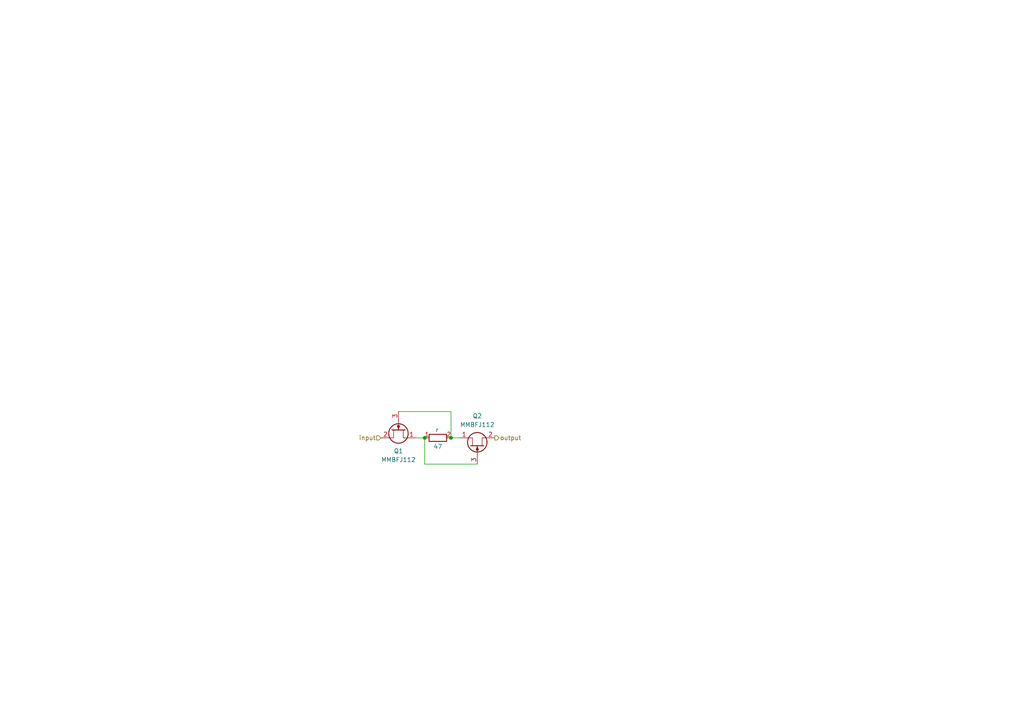
<source format=kicad_sch>
(kicad_sch (version 20231120) (generator "eeschema") (generator_version "8.0")
  (paper "A4")
  (lib_symbols
    (symbol "Device:R" (pin_names (offset 0))
      (property "Reference" "R" (at 2.032 0 90))
      (property "Value" "R" (at 0 0 90))
      (symbol "R_0_1"
        (rectangle (start -1.016 -2.54) (end 1.016 2.54) (stroke (width 0.254)))
      )
      (symbol "R_1_1"
        (pin passive line (at 0 3.81 270) (length 1.27) (name "~") (number "1"))
        (pin passive line (at 0 -3.81 90) (length 1.27) (name "~") (number "2"))
      )
    )
    (symbol "Transistor_FET:MMBFJ112" (pin_names hide)
      (property "Reference" "Q" (at 5.08 1.905 0))
      (property "Value" "MMBFJ112" (at 5.08 0 0))
      (symbol "MMBFJ112_0_1"
        (polyline (pts (xy 0.254 0) (xy -2.54 0)))
        (polyline (pts (xy 0.254 1.905) (xy 0.254 -1.905)) (stroke (width 0.254)))
        (polyline (pts (xy 2.54 -2.54) (xy 2.54 -1.397) (xy 0.254 -1.397)))
        (polyline (pts (xy 2.54 2.54) (xy 2.54 1.397) (xy 0.254 1.397)))
        (polyline (pts (xy 0 0) (xy -1.016 0.381) (xy -1.016 -0.381) (xy 0 0)) (fill (type outline)))
        (circle (center 1.27 0) (radius 2.8194) (stroke (width 0.254)))
      )
      (symbol "MMBFJ112_1_1"
        (pin passive line (at 2.54 5.08 270) (length 2.54) (name "D") (number "1"))
        (pin passive line (at 2.54 -5.08 90) (length 2.54) (name "S") (number "2"))
        (pin input line (at -5.08 0 0) (length 2.54) (name "G") (number "3"))
      )
    )
  )
  (junction (at 123.19 127))
  (junction (at 130.81 127))
  (wire (pts (xy 123.19 134.62) (xy 138.43 134.62)))
  (wire (pts (xy 115.57 119.38) (xy 130.81 119.38)))
  (wire (pts (xy 130.81 127) (xy 133.35 127)))
  (wire (pts (xy 120.65 127) (xy 123.19 127)))
  (wire (pts (xy 130.81 119.38) (xy 130.81 127)))
  (wire (pts (xy 123.19 127) (xy 123.19 134.62)))
  (hierarchical_label "input" (shape input) (at 110.49 127 180))
  (hierarchical_label "output" (shape output) (at 143.51 127 0))
  (symbol (lib_id "Transistor_FET:MMBFJ112") (at 115.57 124.46 270) (unit 1)
    (property "Reference" "Q1" (at 115.57 130.81 90))
    (property "Value" "MMBFJ112" (at 115.57 133.35 90))
    (property "Footprint" "Package_TO_SOT_SMD:SOT-23" (effects (hide yes)))
    (property "Datasheet" "https://www.onsemi.com/pub/Collateral/MMBFJ113-D.PDF" (effects (hide yes)))
    (property "Description" "5mA min, 35V, 50mOhm max, 1-5V Vgs(off), N-Channel JFET, SOT-23" (effects (hide yes)))
    (property "edg_blackbox" "KiCadJlcBlackbox" (effects (hide yes)))
    (property "JLCPCB Part #" "C258195" (effects (hide yes)))
  )
  (symbol (lib_id "Transistor_FET:MMBFJ112") (at 138.43 129.54 90) (unit 1)
    (property "Reference" "Q2" (at 138.43 120.65 90))
    (property "Value" "MMBFJ112" (at 138.43 123.19 90))
    (property "Footprint" "Package_TO_SOT_SMD:SOT-23" (effects (hide yes)))
    (property "Datasheet" "https://www.onsemi.com/pub/Collateral/MMBFJ113-D.PDF" (effects (hide yes)))
    (property "Description" "5mA min, 35V, 50mOhm max, 1-5V Vgs(off), N-Channel JFET, SOT-23" (effects (hide yes)))
    (property "edg_blackbox" "KiCadJlcBlackbox" (effects (hide yes)))
    (property "JLCPCB Part #" "C258195" (effects (hide yes)))
  )
  (symbol (lib_id "Device:R") (at 127 127 90) (unit 1)
    (property "Reference" "r" (at 126.746 124.714 90))
    (property "Value" "47" (at 127 129.54 90))
  )
)
</source>
